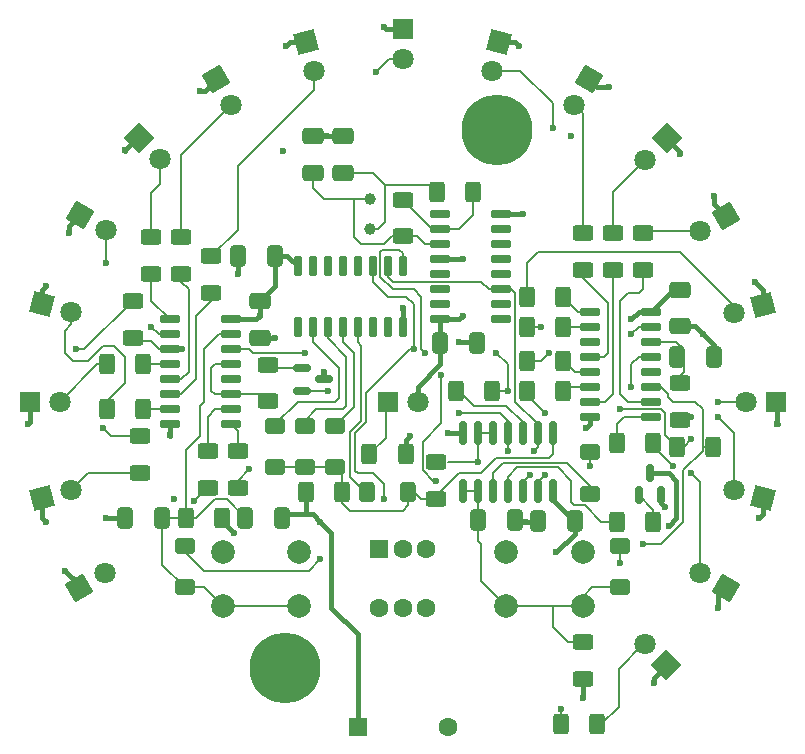
<source format=gtl>
G04 #@! TF.GenerationSoftware,KiCad,Pcbnew,8.0.6*
G04 #@! TF.CreationDate,2024-12-27T14:26:58+01:00*
G04 #@! TF.ProjectId,Minutka,4d696e75-746b-4612-9e6b-696361645f70,rev?*
G04 #@! TF.SameCoordinates,Original*
G04 #@! TF.FileFunction,Copper,L1,Top*
G04 #@! TF.FilePolarity,Positive*
%FSLAX46Y46*%
G04 Gerber Fmt 4.6, Leading zero omitted, Abs format (unit mm)*
G04 Created by KiCad (PCBNEW 8.0.6) date 2024-12-27 14:26:58*
%MOMM*%
%LPD*%
G01*
G04 APERTURE LIST*
G04 Aperture macros list*
%AMRoundRect*
0 Rectangle with rounded corners*
0 $1 Rounding radius*
0 $2 $3 $4 $5 $6 $7 $8 $9 X,Y pos of 4 corners*
0 Add a 4 corners polygon primitive as box body*
4,1,4,$2,$3,$4,$5,$6,$7,$8,$9,$2,$3,0*
0 Add four circle primitives for the rounded corners*
1,1,$1+$1,$2,$3*
1,1,$1+$1,$4,$5*
1,1,$1+$1,$6,$7*
1,1,$1+$1,$8,$9*
0 Add four rect primitives between the rounded corners*
20,1,$1+$1,$2,$3,$4,$5,0*
20,1,$1+$1,$4,$5,$6,$7,0*
20,1,$1+$1,$6,$7,$8,$9,0*
20,1,$1+$1,$8,$9,$2,$3,0*%
%AMRotRect*
0 Rectangle, with rotation*
0 The origin of the aperture is its center*
0 $1 length*
0 $2 width*
0 $3 Rotation angle, in degrees counterclockwise*
0 Add horizontal line*
21,1,$1,$2,0,0,$3*%
G04 Aperture macros list end*
G04 #@! TA.AperFunction,SMDPad,CuDef*
%ADD10RoundRect,0.250000X0.650000X-0.412500X0.650000X0.412500X-0.650000X0.412500X-0.650000X-0.412500X0*%
G04 #@! TD*
G04 #@! TA.AperFunction,SMDPad,CuDef*
%ADD11RoundRect,0.250000X-0.625000X0.400000X-0.625000X-0.400000X0.625000X-0.400000X0.625000X0.400000X0*%
G04 #@! TD*
G04 #@! TA.AperFunction,SMDPad,CuDef*
%ADD12RoundRect,0.250000X0.412500X0.650000X-0.412500X0.650000X-0.412500X-0.650000X0.412500X-0.650000X0*%
G04 #@! TD*
G04 #@! TA.AperFunction,SMDPad,CuDef*
%ADD13RoundRect,0.250000X-0.600000X0.400000X-0.600000X-0.400000X0.600000X-0.400000X0.600000X0.400000X0*%
G04 #@! TD*
G04 #@! TA.AperFunction,ComponentPad*
%ADD14RotRect,1.800000X1.800000X150.000000*%
G04 #@! TD*
G04 #@! TA.AperFunction,ComponentPad*
%ADD15C,1.800000*%
G04 #@! TD*
G04 #@! TA.AperFunction,ComponentPad*
%ADD16RotRect,1.800000X1.800000X315.000000*%
G04 #@! TD*
G04 #@! TA.AperFunction,SMDPad,CuDef*
%ADD17RoundRect,0.250000X0.400000X0.625000X-0.400000X0.625000X-0.400000X-0.625000X0.400000X-0.625000X0*%
G04 #@! TD*
G04 #@! TA.AperFunction,ComponentPad*
%ADD18RotRect,1.800000X1.800000X240.000000*%
G04 #@! TD*
G04 #@! TA.AperFunction,SMDPad,CuDef*
%ADD19RoundRect,0.250000X0.625000X-0.400000X0.625000X0.400000X-0.625000X0.400000X-0.625000X-0.400000X0*%
G04 #@! TD*
G04 #@! TA.AperFunction,SMDPad,CuDef*
%ADD20RoundRect,0.150000X0.150000X-0.587500X0.150000X0.587500X-0.150000X0.587500X-0.150000X-0.587500X0*%
G04 #@! TD*
G04 #@! TA.AperFunction,SMDPad,CuDef*
%ADD21RoundRect,0.250000X-0.400000X-0.625000X0.400000X-0.625000X0.400000X0.625000X-0.400000X0.625000X0*%
G04 #@! TD*
G04 #@! TA.AperFunction,ComponentPad*
%ADD22R,1.800000X1.800000*%
G04 #@! TD*
G04 #@! TA.AperFunction,ComponentPad*
%ADD23R,1.600000X1.600000*%
G04 #@! TD*
G04 #@! TA.AperFunction,ComponentPad*
%ADD24C,1.600000*%
G04 #@! TD*
G04 #@! TA.AperFunction,SMDPad,CuDef*
%ADD25RoundRect,0.150000X-0.725000X-0.150000X0.725000X-0.150000X0.725000X0.150000X-0.725000X0.150000X0*%
G04 #@! TD*
G04 #@! TA.AperFunction,ComponentPad*
%ADD26RotRect,1.800000X1.800000X15.000000*%
G04 #@! TD*
G04 #@! TA.AperFunction,SMDPad,CuDef*
%ADD27RoundRect,0.250000X-0.412500X-0.650000X0.412500X-0.650000X0.412500X0.650000X-0.412500X0.650000X0*%
G04 #@! TD*
G04 #@! TA.AperFunction,ComponentPad*
%ADD28RotRect,1.800000X1.800000X210.000000*%
G04 #@! TD*
G04 #@! TA.AperFunction,SMDPad,CuDef*
%ADD29RoundRect,0.250000X-0.400000X-0.600000X0.400000X-0.600000X0.400000X0.600000X-0.400000X0.600000X0*%
G04 #@! TD*
G04 #@! TA.AperFunction,SMDPad,CuDef*
%ADD30RoundRect,0.250000X-0.650000X0.412500X-0.650000X-0.412500X0.650000X-0.412500X0.650000X0.412500X0*%
G04 #@! TD*
G04 #@! TA.AperFunction,ComponentPad*
%ADD31RotRect,1.800000X1.800000X285.000000*%
G04 #@! TD*
G04 #@! TA.AperFunction,ComponentPad*
%ADD32RotRect,1.800000X1.800000X165.000000*%
G04 #@! TD*
G04 #@! TA.AperFunction,ComponentPad*
%ADD33RotRect,1.800000X1.800000X225.000000*%
G04 #@! TD*
G04 #@! TA.AperFunction,ComponentPad*
%ADD34C,1.000000*%
G04 #@! TD*
G04 #@! TA.AperFunction,ComponentPad*
%ADD35RotRect,1.800000X1.800000X30.000000*%
G04 #@! TD*
G04 #@! TA.AperFunction,ComponentPad*
%ADD36RotRect,1.800000X1.800000X195.000000*%
G04 #@! TD*
G04 #@! TA.AperFunction,SMDPad,CuDef*
%ADD37RoundRect,0.150000X-0.587500X-0.150000X0.587500X-0.150000X0.587500X0.150000X-0.587500X0.150000X0*%
G04 #@! TD*
G04 #@! TA.AperFunction,SMDPad,CuDef*
%ADD38RoundRect,0.150000X-0.150000X0.825000X-0.150000X-0.825000X0.150000X-0.825000X0.150000X0.825000X0*%
G04 #@! TD*
G04 #@! TA.AperFunction,ComponentPad*
%ADD39RotRect,1.800000X1.800000X300.000000*%
G04 #@! TD*
G04 #@! TA.AperFunction,SMDPad,CuDef*
%ADD40RoundRect,0.150000X0.725000X0.150000X-0.725000X0.150000X-0.725000X-0.150000X0.725000X-0.150000X0*%
G04 #@! TD*
G04 #@! TA.AperFunction,ComponentPad*
%ADD41RotRect,1.800000X1.800000X345.000000*%
G04 #@! TD*
G04 #@! TA.AperFunction,ComponentPad*
%ADD42C,2.000000*%
G04 #@! TD*
G04 #@! TA.AperFunction,ComponentPad*
%ADD43RotRect,1.800000X1.800000X255.000000*%
G04 #@! TD*
G04 #@! TA.AperFunction,ComponentPad*
%ADD44RotRect,1.800000X1.800000X330.000000*%
G04 #@! TD*
G04 #@! TA.AperFunction,SMDPad,CuDef*
%ADD45RoundRect,0.150000X0.150000X-0.725000X0.150000X0.725000X-0.150000X0.725000X-0.150000X-0.725000X0*%
G04 #@! TD*
G04 #@! TA.AperFunction,ComponentPad*
%ADD46RotRect,1.800000X1.800000X135.000000*%
G04 #@! TD*
G04 #@! TA.AperFunction,ViaPad*
%ADD47C,0.600000*%
G04 #@! TD*
G04 #@! TA.AperFunction,ViaPad*
%ADD48C,6.000000*%
G04 #@! TD*
G04 #@! TA.AperFunction,Conductor*
%ADD49C,0.400000*%
G04 #@! TD*
G04 #@! TA.AperFunction,Conductor*
%ADD50C,0.200000*%
G04 #@! TD*
G04 APERTURE END LIST*
D10*
X137935000Y-94577500D03*
X137935000Y-91452500D03*
D11*
X131267500Y-86067500D03*
X131267500Y-89167500D03*
D12*
X159500000Y-110007600D03*
X156375000Y-110007600D03*
D13*
X139205000Y-102060000D03*
X139205000Y-105560000D03*
D14*
X177367177Y-115749290D03*
D15*
X175167472Y-114479290D03*
D16*
X127690546Y-77653979D03*
D15*
X129486597Y-79450030D03*
D17*
X171235000Y-103492500D03*
X168135000Y-103492500D03*
D18*
X165760447Y-72640824D03*
D15*
X164490447Y-74840529D03*
D11*
X127140000Y-91465000D03*
X127140000Y-94565000D03*
D13*
X168415000Y-112220000D03*
X168415000Y-115720000D03*
D19*
X173495000Y-101550000D03*
X173495000Y-98450000D03*
D11*
X133807500Y-87655000D03*
X133807500Y-90755000D03*
X165240000Y-120357500D03*
X165240000Y-123457500D03*
D20*
X170005000Y-107922500D03*
X171905000Y-107922500D03*
X170955000Y-106047500D03*
D21*
X160515000Y-93650000D03*
X163615000Y-93650000D03*
D22*
X181576304Y-99997920D03*
D15*
X179036304Y-99997920D03*
D11*
X165240000Y-85750000D03*
X165240000Y-88850000D03*
D23*
X146200000Y-127500000D03*
D24*
X153800000Y-127500000D03*
D25*
X130280000Y-93015000D03*
X130280000Y-94285000D03*
X130280000Y-95555000D03*
X130280000Y-96825000D03*
X130280000Y-98095000D03*
X130280000Y-99365000D03*
X130280000Y-100635000D03*
X130280000Y-101905000D03*
X135430000Y-101905000D03*
X135430000Y-100635000D03*
X135430000Y-99365000D03*
X135430000Y-98095000D03*
X135430000Y-96825000D03*
X135430000Y-95555000D03*
X135430000Y-94285000D03*
X135430000Y-93015000D03*
D19*
X133490000Y-107265000D03*
X133490000Y-104165000D03*
D26*
X119485510Y-108146180D03*
D15*
X121938962Y-107488780D03*
D12*
X176327500Y-96190000D03*
X173202500Y-96190000D03*
D27*
X136690000Y-109842500D03*
X139815000Y-109842500D03*
D13*
X131585000Y-112220000D03*
X131585000Y-115720000D03*
D27*
X126530000Y-109842500D03*
X129655000Y-109842500D03*
D21*
X147180000Y-104445000D03*
X150280000Y-104445000D03*
X124955000Y-96825000D03*
X128055000Y-96825000D03*
D28*
X177392289Y-84284720D03*
D15*
X175192584Y-85554720D03*
D13*
X165875000Y-104282500D03*
X165875000Y-107782500D03*
D19*
X127775000Y-105995000D03*
X127775000Y-102895000D03*
D27*
X161455000Y-110058400D03*
X164580000Y-110058400D03*
D29*
X146980000Y-107620000D03*
X150480000Y-107620000D03*
D30*
X144920000Y-77482500D03*
X144920000Y-80607500D03*
D31*
X141805045Y-69505345D03*
D15*
X142462445Y-71958797D03*
D32*
X180519677Y-108147432D03*
D15*
X178066225Y-107490032D03*
D19*
X138570000Y-99962500D03*
X138570000Y-96862500D03*
D21*
X141782500Y-107620000D03*
X144882500Y-107620000D03*
X124955000Y-100635000D03*
X128055000Y-100635000D03*
D13*
X141745000Y-102060000D03*
X141745000Y-105560000D03*
D21*
X173215000Y-103810000D03*
X176315000Y-103810000D03*
D22*
X150013150Y-68414566D03*
D15*
X150013150Y-70954566D03*
D33*
X172345872Y-77705545D03*
D15*
X170549821Y-79501596D03*
D34*
X147225000Y-82825000D03*
X147225000Y-85365000D03*
D22*
X118433664Y-100007179D03*
D15*
X120973664Y-100007179D03*
D35*
X122597444Y-115780636D03*
D15*
X124797149Y-114510636D03*
D21*
X160515000Y-99047500D03*
X163615000Y-99047500D03*
D36*
X180509297Y-91822963D03*
D15*
X178055845Y-92480363D03*
D19*
X136030000Y-107265000D03*
X136030000Y-104165000D03*
D12*
X156325000Y-95000000D03*
X153200000Y-95000000D03*
D11*
X170320000Y-85750000D03*
X170320000Y-88850000D03*
D17*
X157582500Y-99047500D03*
X154482500Y-99047500D03*
D21*
X131622500Y-109842500D03*
X134722500Y-109842500D03*
D37*
X141442500Y-97145000D03*
X141442500Y-99045000D03*
X143317500Y-98095000D03*
D10*
X173495000Y-93625000D03*
X173495000Y-90500000D03*
D11*
X167780000Y-85750000D03*
X167780000Y-88850000D03*
D22*
X148725000Y-100000000D03*
D15*
X151265000Y-100000000D03*
D38*
X162700000Y-102605000D03*
X161430000Y-102605000D03*
X160160000Y-102605000D03*
X158890000Y-102605000D03*
X157620000Y-102605000D03*
X156350000Y-102605000D03*
X155080000Y-102605000D03*
X155080000Y-107555000D03*
X156350000Y-107555000D03*
X157620000Y-107555000D03*
X158890000Y-107555000D03*
X160160000Y-107555000D03*
X161430000Y-107555000D03*
X162700000Y-107555000D03*
D39*
X134199774Y-72672169D03*
D15*
X135469774Y-74871874D03*
D40*
X158290000Y-93015000D03*
X158290000Y-91745000D03*
X158290000Y-90475000D03*
X158290000Y-89205000D03*
X158290000Y-87935000D03*
X158290000Y-86665000D03*
X158290000Y-85395000D03*
X158290000Y-84125000D03*
X153140000Y-84125000D03*
X153140000Y-85395000D03*
X153140000Y-86665000D03*
X153140000Y-87935000D03*
X153140000Y-89205000D03*
X153140000Y-90475000D03*
X153140000Y-91745000D03*
X153140000Y-93015000D03*
D27*
X136055000Y-87617500D03*
X139180000Y-87617500D03*
D17*
X166472500Y-127305000D03*
X163372500Y-127305000D03*
D30*
X142380000Y-77482500D03*
X142380000Y-80607500D03*
D19*
X152857500Y-108217500D03*
X152857500Y-105117500D03*
D21*
X160515000Y-96507500D03*
X163615000Y-96507500D03*
D11*
X128727500Y-86067500D03*
X128727500Y-89167500D03*
D13*
X144285000Y-102060000D03*
X144285000Y-105560000D03*
D25*
X165840000Y-92380000D03*
X165840000Y-93650000D03*
X165840000Y-94920000D03*
X165840000Y-96190000D03*
X165840000Y-97460000D03*
X165840000Y-98730000D03*
X165840000Y-100000000D03*
X165840000Y-101270000D03*
X170990000Y-101270000D03*
X170990000Y-100000000D03*
X170990000Y-98730000D03*
X170990000Y-97460000D03*
X170990000Y-96190000D03*
X170990000Y-94920000D03*
X170990000Y-93650000D03*
X170990000Y-92380000D03*
D41*
X119502084Y-91756294D03*
D15*
X121955536Y-92413694D03*
D42*
X134750000Y-112750000D03*
X141250000Y-112750000D03*
X134750000Y-117250000D03*
X141250000Y-117250000D03*
D11*
X150000000Y-82892500D03*
X150000000Y-85992500D03*
D23*
X148000000Y-112500000D03*
D24*
X150000000Y-112500000D03*
X152000000Y-112500000D03*
X148000000Y-117500000D03*
X150000000Y-117500000D03*
X152000000Y-117500000D03*
D21*
X168135000Y-110160000D03*
X171235000Y-110160000D03*
X152895000Y-82220000D03*
X155995000Y-82220000D03*
D43*
X158195977Y-69499485D03*
D15*
X157538577Y-71952937D03*
D21*
X160515000Y-91110000D03*
X163615000Y-91110000D03*
D44*
X122657374Y-84222850D03*
D15*
X124857079Y-85492850D03*
D45*
X141110000Y-93685000D03*
X142380000Y-93685000D03*
X143650000Y-93685000D03*
X144920000Y-93685000D03*
X146190000Y-93685000D03*
X147460000Y-93685000D03*
X148730000Y-93685000D03*
X150000000Y-93685000D03*
X150000000Y-88535000D03*
X148730000Y-88535000D03*
X147460000Y-88535000D03*
X146190000Y-88535000D03*
X144920000Y-88535000D03*
X143650000Y-88535000D03*
X142380000Y-88535000D03*
X141110000Y-88535000D03*
D46*
X172330322Y-122317492D03*
D15*
X170534271Y-120521441D03*
D42*
X158750000Y-112750000D03*
X165250000Y-112750000D03*
X158750000Y-117250000D03*
X165250000Y-117250000D03*
D47*
X169367500Y-93015000D03*
X143015000Y-110160000D03*
X155080000Y-92697500D03*
X143317500Y-97475000D03*
X137935000Y-92697500D03*
X163017500Y-112750000D03*
X172542500Y-110477500D03*
X150635000Y-102857500D03*
D48*
X158000000Y-77000000D03*
D47*
X176670000Y-117462500D03*
X172225000Y-108890000D03*
X118250000Y-101905000D03*
X135712500Y-111112500D03*
X175400000Y-94285000D03*
X180162500Y-109842500D03*
X173495000Y-79045000D03*
X155080000Y-87935000D03*
X136030000Y-89205000D03*
X165557500Y-102222500D03*
X160477500Y-110160000D03*
X143625000Y-77482500D03*
X160160000Y-84058897D03*
X167462500Y-73330000D03*
X148412500Y-68250000D03*
D48*
X140000000Y-122500000D03*
D47*
X119837500Y-90157500D03*
X132855000Y-73647500D03*
X171272500Y-123812500D03*
X126505000Y-78664432D03*
X181700000Y-101855000D03*
X153875000Y-102605000D03*
X150000000Y-92062500D03*
X176352500Y-82537500D03*
X124917500Y-109842500D03*
X154762500Y-94920000D03*
X159842500Y-69837500D03*
X119837500Y-110160000D03*
X179845000Y-89840000D03*
X121425000Y-114287500D03*
X121742500Y-85712500D03*
X130280000Y-102822500D03*
X165240000Y-125082500D03*
X139205000Y-94602500D03*
X140157500Y-69837500D03*
X157937500Y-95872500D03*
X158890000Y-99047500D03*
X150952500Y-95555000D03*
X143015000Y-113335000D03*
X165875000Y-105432500D03*
X148412500Y-108255000D03*
X168415000Y-113652500D03*
X156350000Y-105080000D03*
X122377500Y-95555000D03*
X132328425Y-108360097D03*
X124917500Y-88252500D03*
X136982500Y-105715000D03*
X147777500Y-72060000D03*
X161747500Y-93650000D03*
X162700000Y-76822500D03*
X162382500Y-95872500D03*
X176670000Y-100000000D03*
X162046275Y-100971225D03*
X176670000Y-101270000D03*
X174447500Y-106032500D03*
X172860000Y-105397500D03*
X169367500Y-98730000D03*
X168415000Y-100635000D03*
X143650000Y-99047500D03*
X174447500Y-103175000D03*
X163372500Y-126035000D03*
X151905000Y-95872500D03*
X152857500Y-106667500D03*
X153288355Y-97701596D03*
X158890000Y-104162500D03*
X174447500Y-101270000D03*
X141745000Y-95872500D03*
X154762500Y-100952500D03*
X162065000Y-106162500D03*
X170320000Y-112065000D03*
X131302500Y-95555000D03*
X169367500Y-94285000D03*
X124600000Y-102222500D03*
X128727500Y-93650000D03*
X161112500Y-104127500D03*
X160795000Y-106162500D03*
X130632500Y-108255000D03*
X164287500Y-77457500D03*
X139840000Y-78727500D03*
D49*
X164580000Y-111187500D02*
X163017500Y-112750000D01*
X153140000Y-94940000D02*
X153200000Y-95000000D01*
X153140000Y-93015000D02*
X154762500Y-93015000D01*
X139180000Y-90207500D02*
X137935000Y-91452500D01*
X143332500Y-97460000D02*
X143317500Y-97475000D01*
X141745000Y-109525000D02*
X142380000Y-109525000D01*
X139815000Y-109842500D02*
X140132500Y-109525000D01*
X142380000Y-109525000D02*
X143015000Y-110160000D01*
X151265000Y-98735000D02*
X151265000Y-100000000D01*
X153140000Y-93015000D02*
X153140000Y-94940000D01*
X135430000Y-93015000D02*
X137617500Y-93015000D01*
X141782500Y-107620000D02*
X141782500Y-109487500D01*
X154762500Y-93015000D02*
X155080000Y-92697500D01*
X143967500Y-111112500D02*
X143015000Y-110160000D01*
X164580000Y-110160000D02*
X162700000Y-108280000D01*
X162700000Y-108280000D02*
X162700000Y-107555000D01*
X146200000Y-127500000D02*
X146200000Y-119695000D01*
X141110000Y-88535000D02*
X140192500Y-87617500D01*
X170002500Y-92380000D02*
X169367500Y-93015000D01*
X141782500Y-109487500D02*
X141745000Y-109525000D01*
X146200000Y-119695000D02*
X143967500Y-117462500D01*
X143967500Y-117462500D02*
X143967500Y-111112500D01*
X172870000Y-90500000D02*
X170990000Y-92380000D01*
X173495000Y-90500000D02*
X172870000Y-90500000D01*
X140132500Y-109525000D02*
X141745000Y-109525000D01*
X137935000Y-92697500D02*
X137935000Y-91452500D01*
X139180000Y-87617500D02*
X139180000Y-90207500D01*
X153200000Y-96800000D02*
X151265000Y-98735000D01*
X153200000Y-95000000D02*
X153200000Y-96800000D01*
X137617500Y-93015000D02*
X137935000Y-92697500D01*
X140192500Y-87617500D02*
X139180000Y-87617500D01*
X164580000Y-110160000D02*
X164580000Y-111187500D01*
X143317500Y-98095000D02*
X143317500Y-97475000D01*
X170990000Y-92380000D02*
X170002500Y-92380000D01*
X163015000Y-112747500D02*
X163017500Y-112750000D01*
X172542500Y-110477500D02*
X173177500Y-109842500D01*
X150280000Y-103212500D02*
X150635000Y-102857500D01*
X150280000Y-104445000D02*
X150280000Y-103212500D01*
X173177500Y-106667500D02*
X172542500Y-106032500D01*
X173177500Y-109842500D02*
X173177500Y-106667500D01*
X172527500Y-106047500D02*
X170955000Y-106047500D01*
X172542500Y-106032500D02*
X172527500Y-106047500D01*
X155080000Y-102605000D02*
X155080000Y-102540000D01*
X122597444Y-115459944D02*
X121425000Y-114287500D01*
X153140000Y-87935000D02*
X155080000Y-87935000D01*
X160477500Y-110160000D02*
X159205000Y-110160000D01*
X180519677Y-108147432D02*
X180519677Y-109485323D01*
X119502084Y-90492916D02*
X119837500Y-90157500D01*
X127690546Y-77653979D02*
X127515453Y-77653979D01*
X133224443Y-73647500D02*
X132855000Y-73647500D01*
X148577066Y-68414566D02*
X148412500Y-68250000D01*
X142380000Y-77482500D02*
X143625000Y-77482500D01*
X144920000Y-77482500D02*
X143625000Y-77482500D01*
X136055000Y-89180000D02*
X136030000Y-89205000D01*
X173495000Y-78854673D02*
X173495000Y-79045000D01*
X140489655Y-69505345D02*
X140157500Y-69837500D01*
X174740000Y-93625000D02*
X173495000Y-93625000D01*
X154762500Y-94920000D02*
X156245000Y-94920000D01*
X165875000Y-101905000D02*
X165557500Y-102222500D01*
X122657374Y-84222850D02*
X121742500Y-85137724D01*
X124917500Y-109842500D02*
X126530000Y-109842500D01*
X121742500Y-85137724D02*
X121742500Y-85712500D01*
X141805045Y-69505345D02*
X140489655Y-69505345D01*
X119485510Y-109808010D02*
X119837500Y-110160000D01*
X180509297Y-90504297D02*
X179845000Y-89840000D01*
X139202500Y-94600000D02*
X139205000Y-94602500D01*
X176670000Y-116446467D02*
X176670000Y-117462500D01*
X136055000Y-87617500D02*
X136055000Y-89180000D01*
X143650000Y-77457500D02*
X143625000Y-77482500D01*
X159504485Y-69499485D02*
X159842500Y-69837500D01*
X176327500Y-96190000D02*
X176327500Y-95212500D01*
X155080000Y-102605000D02*
X153875000Y-102605000D01*
X126505000Y-78727500D02*
X126505000Y-78664432D01*
X171905000Y-108570000D02*
X171905000Y-107922500D01*
X150000000Y-92062500D02*
X150000000Y-93685000D01*
X171272500Y-123375314D02*
X171272500Y-123812500D01*
X180509297Y-91822963D02*
X180509297Y-90504297D01*
X166449623Y-73330000D02*
X167462500Y-73330000D01*
X134722500Y-110122500D02*
X135712500Y-111112500D01*
X176352500Y-83244931D02*
X176352500Y-82537500D01*
X130315000Y-102857500D02*
X130280000Y-102822500D01*
X122534260Y-115843820D02*
X122597444Y-115780636D01*
X122485787Y-115843820D02*
X122534260Y-115843820D01*
X161115000Y-110160000D02*
X160477500Y-110160000D01*
X165840000Y-101270000D02*
X165875000Y-101270000D01*
X134199774Y-72672169D02*
X133224443Y-73647500D01*
X122597444Y-115780636D02*
X122597444Y-115459944D01*
X180519677Y-109485323D02*
X180162500Y-109842500D01*
X172345872Y-77705545D02*
X173495000Y-78854673D01*
X172330322Y-122317492D02*
X171272500Y-123375314D01*
X156245000Y-94920000D02*
X156325000Y-95000000D01*
X137935000Y-94600000D02*
X139202500Y-94600000D01*
X118433664Y-100007179D02*
X118433664Y-101721336D01*
X177367177Y-115749290D02*
X176670000Y-116446467D01*
X165240000Y-123457500D02*
X165240000Y-125082500D01*
X165875000Y-101270000D02*
X165875000Y-101905000D01*
X181750000Y-101905000D02*
X181700000Y-101855000D01*
X127515453Y-77653979D02*
X126505000Y-78664432D01*
X119502084Y-91756294D02*
X119502084Y-90492916D01*
X181576304Y-99997920D02*
X181700000Y-100121616D01*
D50*
X158290000Y-84125000D02*
X158255000Y-84125000D01*
D49*
X158255000Y-84125000D02*
X160160000Y-84125000D01*
X176327500Y-95212500D02*
X175400000Y-94285000D01*
X181700000Y-100121616D02*
X181700000Y-101855000D01*
X130280000Y-101905000D02*
X130280000Y-102822500D01*
X175400000Y-94285000D02*
X174740000Y-93625000D01*
X119485510Y-108146180D02*
X119485510Y-109808010D01*
X165760447Y-72640824D02*
X166449623Y-73330000D01*
X158195977Y-69499485D02*
X159504485Y-69499485D01*
X160160000Y-84125000D02*
X160160000Y-84058897D01*
X172225000Y-108890000D02*
X171905000Y-108570000D01*
X136030000Y-87642500D02*
X136055000Y-87617500D01*
X118433664Y-101721336D02*
X118250000Y-101905000D01*
X177392289Y-84284720D02*
X176352500Y-83244931D01*
X150013150Y-68414566D02*
X148577066Y-68414566D01*
X134722500Y-109842500D02*
X134722500Y-110122500D01*
D50*
X155995000Y-82220000D02*
X155995000Y-84162500D01*
X155995000Y-84162500D02*
X154762500Y-85395000D01*
X152502500Y-85395000D02*
X150000000Y-82892500D01*
X154762500Y-85395000D02*
X153140000Y-85395000D01*
X153140000Y-85395000D02*
X152502500Y-85395000D01*
X151232500Y-85992500D02*
X150000000Y-85992500D01*
X147225000Y-82825000D02*
X145872500Y-82825000D01*
X153140000Y-86665000D02*
X151905000Y-86665000D01*
X146507500Y-86665000D02*
X145872500Y-86030000D01*
X143302500Y-82825000D02*
X142380000Y-81902500D01*
X142380000Y-81902500D02*
X142380000Y-80607500D01*
X148412500Y-86665000D02*
X149085000Y-85992500D01*
X145872500Y-82825000D02*
X143302500Y-82825000D01*
X145872500Y-86030000D02*
X145872500Y-82825000D01*
X148412500Y-86665000D02*
X146507500Y-86665000D01*
X151905000Y-86665000D02*
X151232500Y-85992500D01*
X149085000Y-85992500D02*
X150000000Y-85992500D01*
X135102500Y-108255000D02*
X134125000Y-108255000D01*
X132537500Y-109842500D02*
X131622500Y-109842500D01*
X134125000Y-108255000D02*
X132537500Y-109842500D01*
X135430000Y-94285000D02*
X134442500Y-94285000D01*
X134442500Y-94285000D02*
X133172500Y-95555000D01*
X136690000Y-109842500D02*
X135102500Y-108255000D01*
X133172500Y-95555000D02*
X133172500Y-100000000D01*
X134750000Y-117250000D02*
X141250000Y-117250000D01*
X129655000Y-113790000D02*
X129655000Y-109842500D01*
X132855000Y-102857500D02*
X131622500Y-104090000D01*
X131585000Y-115720000D02*
X133220000Y-115720000D01*
X132855000Y-100317500D02*
X132855000Y-102857500D01*
X133172500Y-100000000D02*
X132855000Y-100317500D01*
X131585000Y-115720000D02*
X129655000Y-113790000D01*
X133220000Y-115720000D02*
X134750000Y-117250000D01*
X129655000Y-109842500D02*
X131622500Y-109842500D01*
X131622500Y-104090000D02*
X131622500Y-109842500D01*
X168415000Y-115720000D02*
X166030000Y-115720000D01*
X162700000Y-117250000D02*
X165250000Y-117250000D01*
X156667500Y-115167500D02*
X158750000Y-117250000D01*
X156375000Y-111772500D02*
X156667500Y-112065000D01*
X155080000Y-107555000D02*
X156350000Y-107555000D01*
X164007500Y-120357500D02*
X162700000Y-119050000D01*
X156375000Y-110160000D02*
X156375000Y-111772500D01*
X156375000Y-107962500D02*
X156375000Y-110160000D01*
X165240000Y-120357500D02*
X164007500Y-120357500D01*
X156667500Y-112065000D02*
X156667500Y-115167500D01*
X166030000Y-115720000D02*
X165250000Y-116500000D01*
X156350000Y-107555000D02*
X156350000Y-107937500D01*
X165250000Y-116500000D02*
X165250000Y-117250000D01*
X156350000Y-107937500D02*
X156375000Y-107962500D01*
X158750000Y-117250000D02*
X162700000Y-117250000D01*
X162700000Y-119050000D02*
X162700000Y-117250000D01*
X173175000Y-94920000D02*
X170990000Y-94920000D01*
X173495000Y-98450000D02*
X173495000Y-97777500D01*
X173815000Y-96190000D02*
X173815000Y-95560000D01*
X173495000Y-97777500D02*
X173815000Y-97457500D01*
X173815000Y-95560000D02*
X173175000Y-94920000D01*
X173815000Y-97457500D02*
X173815000Y-96190000D01*
X150952500Y-91745000D02*
X150952500Y-95555000D01*
X145996593Y-105839093D02*
X146190000Y-106032500D01*
X131585000Y-112700000D02*
X133172500Y-114287500D01*
X150317500Y-91110000D02*
X150952500Y-91745000D01*
X158890000Y-96825000D02*
X157937500Y-95872500D01*
X165875000Y-104282500D02*
X165875000Y-105432500D01*
X147460000Y-88535000D02*
X147460000Y-89840000D01*
X150635000Y-95555000D02*
X146907500Y-99282500D01*
X146907500Y-101753186D02*
X145996593Y-102664093D01*
X147460000Y-106032500D02*
X148412500Y-106985000D01*
X150952500Y-95555000D02*
X150635000Y-95555000D01*
X147460000Y-89840000D02*
X148730000Y-91110000D01*
X158890000Y-99047500D02*
X158890000Y-96825000D01*
X157582500Y-99047500D02*
X158890000Y-99047500D01*
X146190000Y-106032500D02*
X147460000Y-106032500D01*
X133172500Y-114287500D02*
X142062500Y-114287500D01*
X131585000Y-112220000D02*
X131585000Y-112700000D01*
X146907500Y-99282500D02*
X146907500Y-101753186D01*
X142062500Y-114287500D02*
X143015000Y-113335000D01*
X145996593Y-102664093D02*
X145996593Y-105839093D01*
X148412500Y-106985000D02*
X148412500Y-108255000D01*
X148730000Y-91110000D02*
X150317500Y-91110000D01*
X163905000Y-105162500D02*
X165875000Y-107132500D01*
X165875000Y-107132500D02*
X165875000Y-107782500D01*
X157620000Y-106032500D02*
X158490000Y-105162500D01*
X157620000Y-107555000D02*
X157620000Y-106032500D01*
X158490000Y-105162500D02*
X163905000Y-105162500D01*
X147180000Y-104445000D02*
X148600000Y-103025000D01*
X148600000Y-103025000D02*
X148600000Y-100000000D01*
X146825000Y-107620000D02*
X145555000Y-106350000D01*
X145555000Y-102540000D02*
X146507500Y-101587500D01*
X146507500Y-101587500D02*
X146507500Y-95237500D01*
X146507500Y-95237500D02*
X146190000Y-94920000D01*
X145555000Y-106350000D02*
X145555000Y-102540000D01*
X146980000Y-107620000D02*
X146825000Y-107620000D01*
X146190000Y-94920000D02*
X146190000Y-93685000D01*
X141745000Y-101587500D02*
X142697500Y-100635000D01*
X144920000Y-100635000D02*
X145237500Y-100317500D01*
X142697500Y-100635000D02*
X144920000Y-100635000D01*
X141745000Y-102060000D02*
X141745000Y-101587500D01*
X145237500Y-100317500D02*
X145237500Y-96190000D01*
X143650000Y-94602500D02*
X143650000Y-93685000D01*
X145237500Y-96190000D02*
X143650000Y-94602500D01*
X141110000Y-100000000D02*
X144285000Y-100000000D01*
X144285000Y-100000000D02*
X144602500Y-99682500D01*
X144602500Y-97142500D02*
X142380000Y-94920000D01*
X142380000Y-94920000D02*
X142380000Y-93685000D01*
X139205000Y-101905000D02*
X141110000Y-100000000D01*
X144602500Y-99682500D02*
X144602500Y-97142500D01*
X139205000Y-102060000D02*
X139205000Y-101905000D01*
X144285000Y-102060000D02*
X145872500Y-100472500D01*
X145872500Y-95872500D02*
X144920000Y-94920000D01*
X145872500Y-100472500D02*
X145872500Y-95872500D01*
X144920000Y-94920000D02*
X144920000Y-93685000D01*
X168415000Y-112220000D02*
X168415000Y-113652500D01*
X156350000Y-105080000D02*
X153810000Y-105080000D01*
X156350000Y-105080000D02*
X156350000Y-102605000D01*
X156350000Y-102605000D02*
X157620000Y-102605000D01*
X168288270Y-125844230D02*
X166827500Y-127305000D01*
X168288270Y-122582500D02*
X168288270Y-125844230D01*
X170349329Y-120521441D02*
X168288270Y-122582500D01*
X170534271Y-120521441D02*
X170349329Y-120521441D01*
X166827500Y-127305000D02*
X166472500Y-127305000D01*
X122377500Y-95555000D02*
X123050000Y-95555000D01*
X123050000Y-95555000D02*
X127140000Y-91465000D01*
X127775000Y-105995000D02*
X127737500Y-106032500D01*
X123395242Y-106032500D02*
X121938962Y-107488780D01*
X127737500Y-106032500D02*
X123395242Y-106032500D01*
X124955000Y-96825000D02*
X124155843Y-96825000D01*
X124155843Y-96825000D02*
X120973664Y-100007179D01*
X126505000Y-98412500D02*
X126505000Y-96190000D01*
X125552500Y-95237500D02*
X124600000Y-95237500D01*
X121425000Y-93967500D02*
X121425000Y-95872500D01*
X124600000Y-95237500D02*
X123330000Y-96507500D01*
X123330000Y-96507500D02*
X122060000Y-96507500D01*
X121955536Y-92413694D02*
X121955536Y-93436964D01*
X124955000Y-99962500D02*
X126505000Y-98412500D01*
X122060000Y-96507500D02*
X121425000Y-95872500D01*
X121955536Y-93436964D02*
X121425000Y-93967500D01*
X124955000Y-100635000D02*
X124955000Y-99962500D01*
X126505000Y-96190000D02*
X125552500Y-95237500D01*
X133423522Y-107265000D02*
X133490000Y-107265000D01*
X124857079Y-85492850D02*
X124917500Y-85553271D01*
X132328425Y-108360097D02*
X133423522Y-107265000D01*
X124917500Y-85553271D02*
X124917500Y-88252500D01*
X128727500Y-82306728D02*
X128727500Y-86067500D01*
X129486597Y-81547631D02*
X128727500Y-82306728D01*
X129486597Y-79450030D02*
X129486597Y-81547631D01*
X135469774Y-74871874D02*
X131267500Y-79074148D01*
X131267500Y-79074148D02*
X131267500Y-86067500D01*
X136030000Y-85432500D02*
X133807500Y-87655000D01*
X142462445Y-71958797D02*
X142462445Y-73565055D01*
X142499429Y-71995781D02*
X142462445Y-71958797D01*
X136030000Y-79997500D02*
X136030000Y-85432500D01*
X142462445Y-73565055D02*
X136030000Y-79997500D01*
X142499429Y-72090298D02*
X142499429Y-71995781D01*
X136030000Y-106667500D02*
X136030000Y-107265000D01*
X150013150Y-70954566D02*
X148882934Y-70954566D01*
X148882934Y-70954566D02*
X147777500Y-72060000D01*
X136982500Y-105715000D02*
X136030000Y-106667500D01*
X162700000Y-74700000D02*
X159952937Y-71952937D01*
X161747500Y-93650000D02*
X160515000Y-93650000D01*
X162700000Y-76822500D02*
X162700000Y-74700000D01*
X159952937Y-71952937D02*
X157538577Y-71952937D01*
X164490447Y-74840529D02*
X165240000Y-75590082D01*
X165240000Y-75590082D02*
X165240000Y-85750000D01*
X167780000Y-82220000D02*
X170498404Y-79501596D01*
X167780000Y-85750000D02*
X167780000Y-82220000D01*
X170498404Y-79501596D02*
X170549821Y-79501596D01*
X175188894Y-85558410D02*
X175192584Y-85554720D01*
X170511590Y-85558410D02*
X175188894Y-85558410D01*
X170320000Y-85750000D02*
X170511590Y-85558410D01*
X173495000Y-87300000D02*
X178055845Y-91860845D01*
X161430000Y-87300000D02*
X173495000Y-87300000D01*
X160515000Y-91110000D02*
X160515000Y-88215000D01*
X178055845Y-91860845D02*
X178055845Y-92480363D01*
X160515000Y-88215000D02*
X161430000Y-87300000D01*
X179036304Y-99997920D02*
X179034224Y-100000000D01*
X161747500Y-96507500D02*
X162382500Y-95872500D01*
X179034224Y-100000000D02*
X176670000Y-100000000D01*
X160515000Y-96507500D02*
X161747500Y-96507500D01*
X178066225Y-107490032D02*
X178066225Y-102666225D01*
X160515000Y-99439950D02*
X162046275Y-100971225D01*
X160515000Y-99047500D02*
X160515000Y-99439950D01*
X178066225Y-102666225D02*
X176670000Y-101270000D01*
X171235000Y-103772500D02*
X172860000Y-105397500D01*
X175167472Y-114479290D02*
X175167472Y-106752472D01*
X175167472Y-106752472D02*
X174447500Y-106032500D01*
X171235000Y-103492500D02*
X171235000Y-103772500D01*
X171235000Y-109152500D02*
X170005000Y-107922500D01*
X171235000Y-110160000D02*
X171235000Y-109152500D01*
X141442500Y-99045000D02*
X143647500Y-99045000D01*
X172225000Y-102820000D02*
X173215000Y-103810000D01*
X169367500Y-96825000D02*
X169367500Y-98730000D01*
X143647500Y-99045000D02*
X143650000Y-99047500D01*
X172225000Y-100952500D02*
X172225000Y-102820000D01*
X173215000Y-103810000D02*
X173812500Y-103810000D01*
X173215000Y-103810000D02*
X173215000Y-103530000D01*
X168415000Y-100635000D02*
X171907500Y-100635000D01*
X170002500Y-96190000D02*
X169367500Y-96825000D01*
X170990000Y-96190000D02*
X170002500Y-96190000D01*
X173812500Y-103810000D02*
X174447500Y-103175000D01*
X171907500Y-100635000D02*
X172225000Y-100952500D01*
X138852500Y-97145000D02*
X141442500Y-97145000D01*
X138570000Y-96862500D02*
X138852500Y-97145000D01*
X163182500Y-105562500D02*
X164287500Y-106667500D01*
X158890000Y-106350000D02*
X159677500Y-105562500D01*
X164287500Y-108496300D02*
X164528800Y-108737600D01*
X165405100Y-108737600D02*
X166827500Y-110160000D01*
X164528800Y-108737600D02*
X165405100Y-108737600D01*
X164287500Y-106667500D02*
X164287500Y-108496300D01*
X159677500Y-105562500D02*
X163182500Y-105562500D01*
X166827500Y-110160000D02*
X168135000Y-110160000D01*
X158890000Y-107555000D02*
X158890000Y-106350000D01*
X156032500Y-100317500D02*
X154762500Y-99047500D01*
X156032500Y-100317500D02*
X158776029Y-100317500D01*
X154762500Y-99047500D02*
X154482500Y-99047500D01*
X160160000Y-102605000D02*
X160160000Y-101701471D01*
X160160000Y-101701471D02*
X158776029Y-100317500D01*
X149682500Y-87120000D02*
X150000000Y-87437500D01*
X148095000Y-89415552D02*
X148095000Y-87300000D01*
X151905000Y-95872500D02*
X151587500Y-95555000D01*
X151587500Y-91110000D02*
X150952500Y-90475000D01*
X151682500Y-103397500D02*
X153288355Y-101791645D01*
X151682500Y-105752244D02*
X151682500Y-103397500D01*
X150952500Y-90475000D02*
X149154448Y-90475000D01*
X163372500Y-126035000D02*
X163372500Y-127305000D01*
X152857500Y-106667500D02*
X152597756Y-106667500D01*
X150000000Y-87437500D02*
X150000000Y-88535000D01*
X148275000Y-87120000D02*
X149682500Y-87120000D01*
X148095000Y-87300000D02*
X148275000Y-87120000D01*
X149154448Y-90475000D02*
X148095000Y-89415552D01*
X152597756Y-106667500D02*
X151682500Y-105752244D01*
X153288355Y-101791645D02*
X153288355Y-97701596D01*
X151587500Y-95555000D02*
X151587500Y-91110000D01*
X135430000Y-95555000D02*
X136982500Y-95555000D01*
X158890000Y-101587500D02*
X158255000Y-100952500D01*
X136982500Y-95555000D02*
X137300000Y-95872500D01*
X158890000Y-102605000D02*
X158890000Y-101587500D01*
X158255000Y-100952500D02*
X154762500Y-100952500D01*
X174090000Y-100912500D02*
X174447500Y-101270000D01*
X173495000Y-100912500D02*
X174090000Y-100912500D01*
X158890000Y-102605000D02*
X158890000Y-104162500D01*
X137300000Y-95872500D02*
X141745000Y-95872500D01*
X135430000Y-96825000D02*
X134125000Y-96825000D01*
X135430000Y-99365000D02*
X134125000Y-99365000D01*
X135430000Y-99365000D02*
X137972500Y-99365000D01*
X137972500Y-99365000D02*
X138570000Y-99962500D01*
X134125000Y-96825000D02*
X133807500Y-97142500D01*
X133807500Y-99047500D02*
X133807500Y-97142500D01*
X134125000Y-99365000D02*
X133807500Y-99047500D01*
X172860000Y-100000000D02*
X172495000Y-99635000D01*
X171907500Y-98730000D02*
X170990000Y-98730000D01*
X175400000Y-103810000D02*
X175400000Y-100635000D01*
X161430000Y-107555000D02*
X161430000Y-106797500D01*
X173772500Y-105755000D02*
X175400000Y-104127500D01*
X175400000Y-100635000D02*
X174765000Y-100000000D01*
X161430000Y-106797500D02*
X162065000Y-106162500D01*
X172495000Y-99317500D02*
X171907500Y-98730000D01*
X172495000Y-99635000D02*
X172495000Y-99317500D01*
X175400000Y-104127500D02*
X175400000Y-103810000D01*
X176315000Y-103810000D02*
X175400000Y-103810000D01*
X174765000Y-100000000D02*
X172860000Y-100000000D01*
X170320000Y-112065000D02*
X171907500Y-112065000D01*
X171907500Y-112065000D02*
X173772500Y-110200000D01*
X173772500Y-110200000D02*
X173772500Y-105755000D01*
X170002500Y-93650000D02*
X169367500Y-94285000D01*
X128687500Y-94880000D02*
X127140000Y-94880000D01*
X129362500Y-95555000D02*
X128687500Y-94880000D01*
X130280000Y-95555000D02*
X129362500Y-95555000D01*
X130280000Y-95555000D02*
X131302500Y-95555000D01*
X170990000Y-93650000D02*
X170002500Y-93650000D01*
X130280000Y-94285000D02*
X129362500Y-94285000D01*
X127775000Y-102895000D02*
X125272500Y-102895000D01*
X129362500Y-94285000D02*
X128727500Y-93650000D01*
X125272500Y-102895000D02*
X124600000Y-102222500D01*
X130280000Y-96825000D02*
X128690000Y-96825000D01*
X130280000Y-100635000D02*
X128052500Y-100635000D01*
X133490000Y-101270000D02*
X133490000Y-104165000D01*
X134125000Y-100635000D02*
X133490000Y-101270000D01*
X135430000Y-100635000D02*
X134125000Y-100635000D01*
X128727500Y-91462500D02*
X128727500Y-89167500D01*
X130280000Y-93015000D02*
X130315000Y-93015000D01*
X130280000Y-93015000D02*
X128727500Y-91462500D01*
X130280000Y-98095000D02*
X131267500Y-98095000D01*
X131902500Y-97460000D02*
X131902500Y-90475000D01*
X131902500Y-90475000D02*
X131267500Y-89840000D01*
X131267500Y-98095000D02*
X131902500Y-97460000D01*
X131267500Y-89840000D02*
X131267500Y-89167500D01*
X132537500Y-92697500D02*
X133807500Y-91427500D01*
X133807500Y-91427500D02*
X133807500Y-90755000D01*
X130280000Y-99365000D02*
X131267500Y-99365000D01*
X132537500Y-98095000D02*
X132537500Y-92697500D01*
X131267500Y-99365000D02*
X132537500Y-98095000D01*
X136030000Y-102505000D02*
X135430000Y-101905000D01*
X136030000Y-104165000D02*
X136030000Y-102505000D01*
X165840000Y-93650000D02*
X163615000Y-93650000D01*
X165840000Y-96190000D02*
X167062500Y-96190000D01*
X167062500Y-96190000D02*
X167380000Y-95872500D01*
X167380000Y-91662500D02*
X165240000Y-89522500D01*
X167380000Y-95872500D02*
X167380000Y-91662500D01*
X165240000Y-89522500D02*
X165240000Y-88850000D01*
X167145000Y-100000000D02*
X167780000Y-99365000D01*
X165840000Y-100000000D02*
X167145000Y-100000000D01*
X167780000Y-99365000D02*
X167780000Y-88850000D01*
X168415000Y-99365000D02*
X168415000Y-91427500D01*
X169050000Y-100000000D02*
X168415000Y-99365000D01*
X169050000Y-90792500D02*
X170002500Y-90792500D01*
X170002500Y-90792500D02*
X170320000Y-90475000D01*
X168415000Y-91427500D02*
X169050000Y-90792500D01*
X170990000Y-100000000D02*
X169050000Y-100000000D01*
X170320000Y-90475000D02*
X170320000Y-88850000D01*
X164885000Y-92380000D02*
X163615000Y-91110000D01*
X165840000Y-92380000D02*
X164885000Y-92380000D01*
X164567500Y-97460000D02*
X163615000Y-96507500D01*
X165840000Y-97460000D02*
X164567500Y-97460000D01*
X165840000Y-98730000D02*
X163932500Y-98730000D01*
X163932500Y-98730000D02*
X163615000Y-99047500D01*
X168135000Y-101905000D02*
X168770000Y-101270000D01*
X170990000Y-101270000D02*
X168770000Y-101270000D01*
X168135000Y-103492500D02*
X168135000Y-101905000D01*
X159525000Y-99989315D02*
X159525000Y-90792500D01*
X161430000Y-103810000D02*
X161430000Y-102605000D01*
X148730000Y-89409999D02*
X148730000Y-88535000D01*
X160160000Y-106797500D02*
X160160000Y-107555000D01*
X159525000Y-90792500D02*
X159207500Y-90475000D01*
X149160001Y-89840000D02*
X148730000Y-89409999D01*
X156667500Y-89840000D02*
X149160001Y-89840000D01*
X159207500Y-90475000D02*
X158290000Y-90475000D01*
X161112500Y-104127500D02*
X161430000Y-103810000D01*
X160795000Y-106162500D02*
X160160000Y-106797500D01*
X157302500Y-90475000D02*
X156667500Y-89840000D01*
X161430000Y-101894315D02*
X159525000Y-99989315D01*
X161430000Y-102605000D02*
X161430000Y-101894315D01*
X158290000Y-90475000D02*
X157302500Y-90475000D01*
X146482500Y-80632500D02*
X146457500Y-80607500D01*
X146457500Y-80607500D02*
X144920000Y-80607500D01*
X152347500Y-81672500D02*
X152895000Y-82220000D01*
X148500000Y-84750000D02*
X148500000Y-81672500D01*
X147885000Y-85365000D02*
X148500000Y-84750000D01*
X147225000Y-85365000D02*
X147885000Y-85365000D01*
X148500000Y-81672500D02*
X147460000Y-80632500D01*
X147460000Y-80632500D02*
X146482500Y-80632500D01*
X148500000Y-81672500D02*
X152347500Y-81672500D01*
X157937500Y-104762500D02*
X162382500Y-104762500D01*
X150480000Y-107620000D02*
X150480000Y-108727500D01*
X150480000Y-107620000D02*
X150952500Y-107620000D01*
X141745000Y-105560000D02*
X144285000Y-105560000D01*
X162382500Y-104762500D02*
X162700000Y-104445000D01*
X152857500Y-107937500D02*
X154762500Y-106032500D01*
X144882500Y-107620000D02*
X144882500Y-108575000D01*
X150480000Y-108727500D02*
X150000000Y-109207500D01*
X144882500Y-108575000D02*
X145515000Y-109207500D01*
X162700000Y-104445000D02*
X162700000Y-102605000D01*
X156667500Y-106032500D02*
X157937500Y-104762500D01*
X144882500Y-107620000D02*
X144882500Y-106157500D01*
X139205000Y-105560000D02*
X141745000Y-105560000D01*
X154762500Y-106032500D02*
X156667500Y-106032500D01*
X150000000Y-109207500D02*
X145515000Y-109207500D01*
X150952500Y-107620000D02*
X151550000Y-108217500D01*
X144882500Y-106157500D02*
X144285000Y-105560000D01*
X151550000Y-108217500D02*
X152857500Y-108217500D01*
X152857500Y-108217500D02*
X152857500Y-107937500D01*
M02*

</source>
